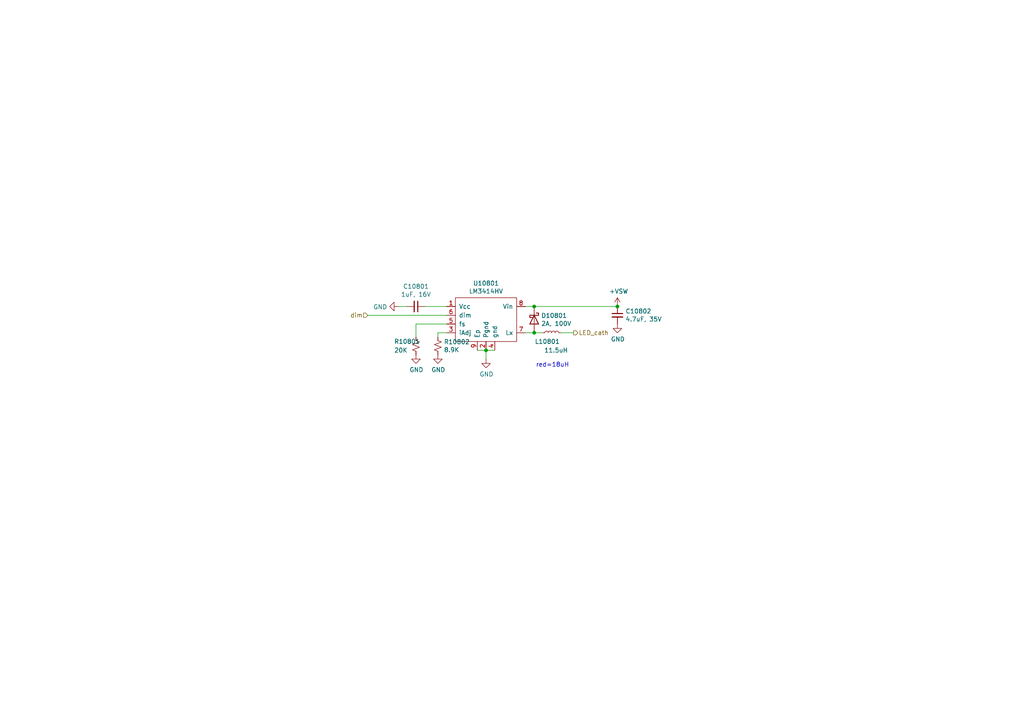
<source format=kicad_sch>
(kicad_sch (version 20230121) (generator eeschema)
  (paper "A4")
  (lib_symbols
    (symbol "Device:C_Small" (pin_numbers hide) (pin_names (offset 0.254) hide)
      (property "Reference" "C" (at 0.254 1.778 0))
      (property "Value" "C_Small" (at 0.254 -2.032 0))
      (symbol "C_Small_0_1"
        (polyline (pts (xy -1.524 -0.508) (xy 1.524 -0.508)) (stroke (width 0.3302)))
        (polyline (pts (xy -1.524 0.508) (xy 1.524 0.508)) (stroke (width 0.3048)))
      )
      (symbol "C_Small_1_1"
        (pin passive line (at 0 2.54 270) (length 2.032) (name "~") (number "1"))
        (pin passive line (at 0 -2.54 90) (length 2.032) (name "~") (number "2"))
      )
    )
    (symbol "Device:D_Schottky" (pin_numbers hide) (pin_names (offset 1.016) hide)
      (property "Reference" "D" (at 0 2.54 0))
      (property "Value" "D_Schottky" (at 0 -2.54 0))
      (symbol "D_Schottky_0_1"
        (polyline (pts (xy 1.27 0) (xy -1.27 0)))
        (polyline (pts (xy 1.27 1.27) (xy 1.27 -1.27) (xy -1.27 0) (xy 1.27 1.27)) (stroke (width 0.254)))
        (polyline (pts (xy -1.905 0.635) (xy -1.905 1.27) (xy -1.27 1.27) (xy -1.27 -1.27) (xy -0.635 -1.27) (xy -0.635 -0.635)) (stroke (width 0.254)))
      )
      (symbol "D_Schottky_1_1"
        (pin passive line (at -3.81 0 0) (length 2.54) (name "K") (number "1"))
        (pin passive line (at 3.81 0 180) (length 2.54) (name "A") (number "2"))
      )
    )
    (symbol "Device:L_Small" (pin_numbers hide) (pin_names (offset 0.254) hide)
      (property "Reference" "L" (at 0.762 1.016 0))
      (property "Value" "L_Small" (at 0.762 -1.016 0))
      (symbol "L_Small_0_1"
        (arc (start 0 -2.032) (mid 0.5058 -1.524) (end 0 -1.016))
        (arc (start 0 -1.016) (mid 0.5058 -0.508) (end 0 0))
        (arc (start 0 0) (mid 0.5058 0.508) (end 0 1.016))
        (arc (start 0 1.016) (mid 0.5058 1.524) (end 0 2.032))
      )
      (symbol "L_Small_1_1"
        (pin passive line (at 0 2.54 270) (length 0.508) (name "~") (number "1"))
        (pin passive line (at 0 -2.54 90) (length 0.508) (name "~") (number "2"))
      )
    )
    (symbol "Device:R_Small_US" (pin_numbers hide) (pin_names (offset 0.254) hide)
      (property "Reference" "R" (at 0.762 0.508 0))
      (property "Value" "R_Small_US" (at 0.762 -1.016 0))
      (symbol "R_Small_US_1_1"
        (polyline (pts (xy 0 0) (xy 1.016 -0.381) (xy 0 -0.762) (xy -1.016 -1.143) (xy 0 -1.524)))
        (polyline (pts (xy 0 1.524) (xy 1.016 1.143) (xy 0 0.762) (xy -1.016 0.381) (xy 0 0)))
        (pin passive line (at 0 2.54 270) (length 1.016) (name "~") (number "1"))
        (pin passive line (at 0 -2.54 90) (length 1.016) (name "~") (number "2"))
      )
    )
    (symbol "holo:LM3414" (pin_names (offset 1.016))
      (property "Reference" "U" (at -3.81 15.24 0))
      (property "Value" "LM3414" (at -1.27 12.7 0))
      (symbol "LM3414_0_1"
        (rectangle (start -8.89 5.08) (end 8.89 -7.62))
      )
      (symbol "LM3414_1_1"
        (pin power_in line (at -11.43 2.54 0) (length 2.54) (name "Vcc") (number "1"))
        (pin power_in line (at 0 -10.16 90) (length 2.54) (name "Pgnd") (number "2"))
        (pin input line (at -11.43 -5.08 0) (length 2.54) (name "iAdj") (number "3"))
        (pin power_in line (at 2.54 -10.16 90) (length 2.54) (name "gnd") (number "4"))
        (pin input line (at -11.43 -2.54 0) (length 2.54) (name "fs") (number "5"))
        (pin input line (at -11.43 0 0) (length 2.54) (name "dim") (number "6"))
        (pin power_out line (at 11.43 -5.08 180) (length 2.54) (name "Lx") (number "7"))
        (pin power_in line (at 11.43 2.54 180) (length 2.54) (name "Vin") (number "8"))
        (pin power_in line (at -2.54 -10.16 90) (length 2.54) (name "Ep") (number "9"))
      )
    )
    (symbol "power:+VSW" (power) (pin_names (offset 0))
      (property "Value" "+VSW" (at 0 3.556 0))
      (symbol "+VSW_0_1"
        (polyline (pts (xy -0.762 1.27) (xy 0 2.54)))
        (polyline (pts (xy 0 0) (xy 0 2.54)))
        (polyline (pts (xy 0 2.54) (xy 0.762 1.27)))
      )
      (symbol "+VSW_1_1"
        (pin power_in line (at 0 0 90) (length 0) hide (name "+VSW") (number "1"))
      )
    )
    (symbol "power:GND" (power) (pin_names (offset 0))
      (property "Value" "GND" (at 0 -3.81 0))
      (symbol "GND_0_1"
        (polyline (pts (xy 0 0) (xy 0 -1.27) (xy 1.27 -1.27) (xy 0 -2.54) (xy -1.27 -1.27) (xy 0 -1.27)))
      )
      (symbol "GND_1_1"
        (pin power_in line (at 0 0 270) (length 0) hide (name "GND") (number "1"))
      )
    )
  )
  (junction (at 154.94 96.52))
  (junction (at 140.97 101.6))
  (junction (at 154.94 88.9))
  (junction (at 179.07 88.9))
  (wire (pts (xy 154.94 88.9) (xy 179.07 88.9)))
  (wire (pts (xy 140.97 101.6) (xy 140.97 104.14)))
  (wire (pts (xy 129.54 91.44) (xy 106.68 91.44)))
  (wire (pts (xy 129.54 93.98) (xy 120.65 93.98)))
  (wire (pts (xy 120.65 93.98) (xy 120.65 97.79)))
  (wire (pts (xy 138.43 101.6) (xy 140.97 101.6)))
  (wire (pts (xy 123.19 88.9) (xy 129.54 88.9)))
  (wire (pts (xy 152.4 96.52) (xy 154.94 96.52)))
  (wire (pts (xy 127 96.52) (xy 129.54 96.52)))
  (wire (pts (xy 140.97 101.6) (xy 143.51 101.6)))
  (wire (pts (xy 162.56 96.52) (xy 166.37 96.52)))
  (wire (pts (xy 127 97.79) (xy 127 96.52)))
  (wire (pts (xy 152.4 88.9) (xy 154.94 88.9)))
  (wire (pts (xy 154.94 96.52) (xy 157.48 96.52)))
  (wire (pts (xy 115.57 88.9) (xy 118.11 88.9)))
  (text "red=18uH" (at 165.1 106.68 0) (effects (font (size 1.27 1.27)) (justify right bottom)))
  (hierarchical_label "dim" (shape input) (at 106.68 91.44 180))
  (hierarchical_label "LED_cath" (shape output) (at 166.37 96.52 0))
  (symbol (lib_id "holo:LM3414") (at 140.97 91.44 0) (unit 1)
    (property "Reference" "U10801" (at 140.97 82.169 0))
    (property "Value" "LM3414HV" (at 140.97 84.4804 0))
    (property "Footprint" "Package_SO:SOIC-8-1EP_3.9x4.9mm_P1.27mm_EP2.35x2.35mm" (effects hide))
    (property "Datasheet" "LM3414HVMRX/NOPBCT-ND" (effects hide))
    (instances (project "floater" (path "" (reference "U10801") (unit 1)) (path "" (reference "U10701") (unit 1)) (path "" (reference "U10901") (unit 1))))
  )
  (symbol (lib_id "Device:L_Small") (at 160.02 96.52 90) (unit 1)
    (property "Reference" "L10801" (at 158.75 99.06 90))
    (property "Value" "11.5uH" (at 161.29 101.6 90))
    (property "Footprint" "holo:SRR6038" (effects hide))
    (property "Datasheet" "SRR6038-180YCT-ND" (effects hide))
    (instances (project "floater" (path "" (reference "L10801") (unit 1)) (path "" (reference "L10701") (unit 1)) (path "" (reference "L10901") (unit 1))))
  )
  (symbol (lib_id "Device:C_Small") (at 120.65 88.9 270) (unit 1)
    (property "Reference" "C10801" (at 120.65 83.0834 90))
    (property "Value" "1uF, 16V" (at 120.65 85.3948 90))
    (property "Footprint" "Capacitor_SMD:C_0805_2012Metric" (effects hide))
    (property "Datasheet" "587-4873-1-ND" (effects hide))
    (instances (project "floater" (path "" (reference "C10801") (unit 1)) (path "" (reference "C10701") (unit 1)) (path "" (reference "C10901") (unit 1))))
  )
  (symbol (lib_id "Device:C_Small") (at 179.07 91.44 0) (unit 1)
    (property "Reference" "C10802" (at 181.4068 90.2716 0) (effects (justify left)))
    (property "Value" "4.7uF, 35V" (at 181.4068 92.583 0) (effects (justify left)))
    (property "Footprint" "Capacitor_SMD:C_1206_3216Metric" (effects hide))
    (property "Datasheet" "587-3368-1-ND" (effects hide))
    (instances (project "floater" (path "" (reference "C10802") (unit 1)) (path "" (reference "C10702") (unit 1)) (path "" (reference "C10902") (unit 1))))
  )
  (symbol (lib_id "Device:R_Small_US") (at 120.65 100.33 180) (unit 1)
    (property "Reference" "R10801" (at 114.3 99.06 0) (effects (justify right)))
    (property "Value" "20K" (at 114.3 101.6 0) (effects (justify right)))
    (property "Footprint" "Resistor_SMD:R_0402_1005Metric" (effects hide))
    (property "Datasheet" "CR0402-FX-4022GLFCT-ND" (effects hide))
    (instances (project "floater" (path "" (reference "R10801") (unit 1)) (path "" (reference "R10701") (unit 1)) (path "" (reference "R10901") (unit 1))))
  )
  (symbol (lib_id "Device:R_Small_US") (at 127 100.33 0) (unit 1)
    (property "Reference" "R10802" (at 128.7272 99.1616 0) (effects (justify left)))
    (property "Value" "8.9K" (at 128.7272 101.473 0) (effects (justify left)))
    (property "Footprint" "Resistor_SMD:R_0402_1005Metric" (effects hide))
    (property "Datasheet" "RMCF0402FT8K87CT-ND" (effects hide))
    (instances (project "floater" (path "" (reference "R10802") (unit 1)) (path "" (reference "R10702") (unit 1)) (path "" (reference "R10902") (unit 1))))
  )
  (symbol (lib_id "power:GND") (at 115.57 88.9 270) (unit 1)
    (property "Reference" "#PWR010801" (effects hide))
    (property "Value" "GND" (at 112.3188 89.027 90) (effects (justify right)))
    (instances (project "floater" (path "" (reference "#PWR010801") (unit 1)) (path "" (reference "#PWR010701") (unit 1)) (path "" (reference "#PWR010901") (unit 1))))
  )
  (symbol (lib_id "power:GND") (at 140.97 104.14 0) (unit 1)
    (property "Reference" "#PWR010804" (effects hide))
    (property "Value" "GND" (at 141.097 108.5342 0))
    (instances (project "floater" (path "" (reference "#PWR010804") (unit 1)) (path "" (reference "#PWR010704") (unit 1)) (path "" (reference "#PWR010904") (unit 1))))
  )
  (symbol (lib_id "power:GND") (at 179.07 93.98 0) (unit 1)
    (property "Reference" "#PWR010806" (effects hide))
    (property "Value" "GND" (at 179.197 98.3742 0))
    (instances (project "floater" (path "" (reference "#PWR010806") (unit 1)) (path "" (reference "#PWR010706") (unit 1)) (path "" (reference "#PWR010906") (unit 1))))
  )
  (symbol (lib_id "power:GND") (at 127 102.87 0) (unit 1)
    (property "Reference" "#PWR010803" (effects hide))
    (property "Value" "GND" (at 127.127 107.2642 0))
    (instances (project "floater" (path "" (reference "#PWR010803") (unit 1)) (path "" (reference "#PWR010703") (unit 1)) (path "" (reference "#PWR010903") (unit 1))))
  )
  (symbol (lib_id "power:GND") (at 120.65 102.87 0) (unit 1)
    (property "Reference" "#PWR010802" (effects hide))
    (property "Value" "GND" (at 120.777 107.2642 0))
    (instances (project "floater" (path "" (reference "#PWR010802") (unit 1)) (path "" (reference "#PWR010702") (unit 1)) (path "" (reference "#PWR010902") (unit 1))))
  )
  (symbol (lib_id "Device:D_Schottky") (at 154.94 92.71 270) (unit 1)
    (property "Reference" "D10801" (at 156.9466 91.5416 90) (effects (justify left)))
    (property "Value" "2A, 100V" (at 156.9466 93.853 90) (effects (justify left)))
    (property "Footprint" "holo:DO-220A" (effects hide))
    (property "Datasheet" "SS2PH10-M3/84AGICT-ND" (effects hide))
    (instances (project "floater" (path "" (reference "D10801") (unit 1)) (path "" (reference "D10701") (unit 1)) (path "" (reference "D10901") (unit 1))))
  )
  (symbol (lib_id "power:+VSW") (at 179.07 88.9 0) (unit 1)
    (property "Reference" "#PWR0128" (effects hide))
    (property "Value" "+VSW" (at 179.451 84.5058 0))
    (instances (project "floater" (path "" (reference "#PWR0128") (unit 1)) (path "" (reference "#PWR0127") (unit 1)) (path "" (reference "#PWR0129") (unit 1))))
  )
)
</source>
